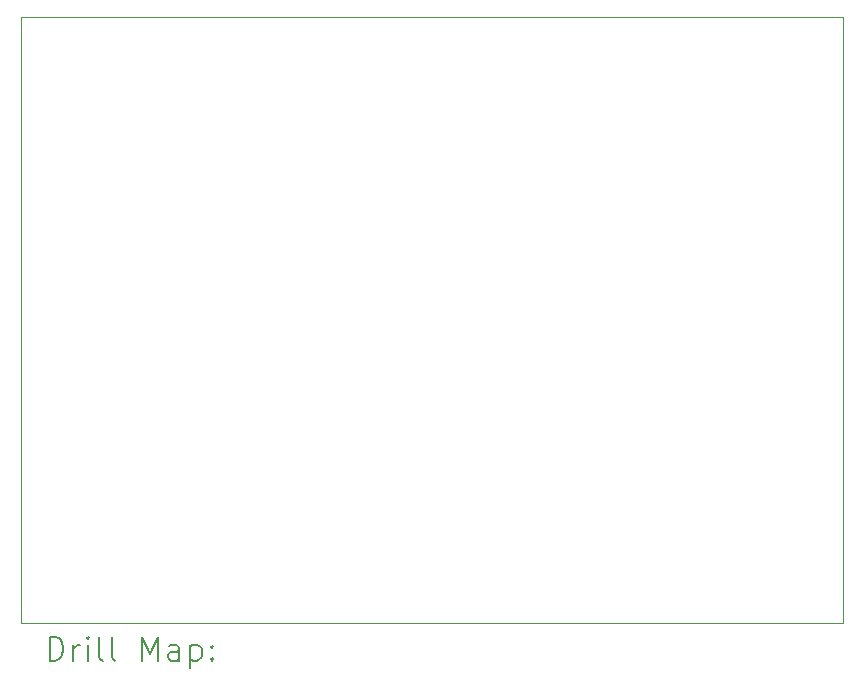
<source format=gbr>
%TF.GenerationSoftware,KiCad,Pcbnew,7.0.2*%
%TF.CreationDate,2023-06-10T17:52:28+02:00*%
%TF.ProjectId,USBCPD_PCB,55534243-5044-45f5-9043-422e6b696361,rev?*%
%TF.SameCoordinates,Original*%
%TF.FileFunction,Drillmap*%
%TF.FilePolarity,Positive*%
%FSLAX45Y45*%
G04 Gerber Fmt 4.5, Leading zero omitted, Abs format (unit mm)*
G04 Created by KiCad (PCBNEW 7.0.2) date 2023-06-10 17:52:28*
%MOMM*%
%LPD*%
G01*
G04 APERTURE LIST*
%ADD10C,0.100000*%
%ADD11C,0.200000*%
G04 APERTURE END LIST*
D10*
X17576800Y-7518400D02*
X17576800Y-12649200D01*
X10617200Y-12649200D02*
X10617200Y-7518400D01*
X17576800Y-12649200D02*
X10617200Y-12649200D01*
X10617200Y-7518400D02*
X17576800Y-7518400D01*
D11*
X10859819Y-12966724D02*
X10859819Y-12766724D01*
X10859819Y-12766724D02*
X10907438Y-12766724D01*
X10907438Y-12766724D02*
X10936010Y-12776248D01*
X10936010Y-12776248D02*
X10955057Y-12795295D01*
X10955057Y-12795295D02*
X10964581Y-12814343D01*
X10964581Y-12814343D02*
X10974105Y-12852438D01*
X10974105Y-12852438D02*
X10974105Y-12881009D01*
X10974105Y-12881009D02*
X10964581Y-12919105D01*
X10964581Y-12919105D02*
X10955057Y-12938152D01*
X10955057Y-12938152D02*
X10936010Y-12957200D01*
X10936010Y-12957200D02*
X10907438Y-12966724D01*
X10907438Y-12966724D02*
X10859819Y-12966724D01*
X11059819Y-12966724D02*
X11059819Y-12833390D01*
X11059819Y-12871486D02*
X11069343Y-12852438D01*
X11069343Y-12852438D02*
X11078867Y-12842914D01*
X11078867Y-12842914D02*
X11097914Y-12833390D01*
X11097914Y-12833390D02*
X11116962Y-12833390D01*
X11183629Y-12966724D02*
X11183629Y-12833390D01*
X11183629Y-12766724D02*
X11174105Y-12776248D01*
X11174105Y-12776248D02*
X11183629Y-12785771D01*
X11183629Y-12785771D02*
X11193152Y-12776248D01*
X11193152Y-12776248D02*
X11183629Y-12766724D01*
X11183629Y-12766724D02*
X11183629Y-12785771D01*
X11307438Y-12966724D02*
X11288390Y-12957200D01*
X11288390Y-12957200D02*
X11278867Y-12938152D01*
X11278867Y-12938152D02*
X11278867Y-12766724D01*
X11412200Y-12966724D02*
X11393152Y-12957200D01*
X11393152Y-12957200D02*
X11383628Y-12938152D01*
X11383628Y-12938152D02*
X11383628Y-12766724D01*
X11640771Y-12966724D02*
X11640771Y-12766724D01*
X11640771Y-12766724D02*
X11707438Y-12909581D01*
X11707438Y-12909581D02*
X11774105Y-12766724D01*
X11774105Y-12766724D02*
X11774105Y-12966724D01*
X11955057Y-12966724D02*
X11955057Y-12861962D01*
X11955057Y-12861962D02*
X11945533Y-12842914D01*
X11945533Y-12842914D02*
X11926486Y-12833390D01*
X11926486Y-12833390D02*
X11888390Y-12833390D01*
X11888390Y-12833390D02*
X11869343Y-12842914D01*
X11955057Y-12957200D02*
X11936009Y-12966724D01*
X11936009Y-12966724D02*
X11888390Y-12966724D01*
X11888390Y-12966724D02*
X11869343Y-12957200D01*
X11869343Y-12957200D02*
X11859819Y-12938152D01*
X11859819Y-12938152D02*
X11859819Y-12919105D01*
X11859819Y-12919105D02*
X11869343Y-12900057D01*
X11869343Y-12900057D02*
X11888390Y-12890533D01*
X11888390Y-12890533D02*
X11936009Y-12890533D01*
X11936009Y-12890533D02*
X11955057Y-12881009D01*
X12050295Y-12833390D02*
X12050295Y-13033390D01*
X12050295Y-12842914D02*
X12069343Y-12833390D01*
X12069343Y-12833390D02*
X12107438Y-12833390D01*
X12107438Y-12833390D02*
X12126486Y-12842914D01*
X12126486Y-12842914D02*
X12136009Y-12852438D01*
X12136009Y-12852438D02*
X12145533Y-12871486D01*
X12145533Y-12871486D02*
X12145533Y-12928628D01*
X12145533Y-12928628D02*
X12136009Y-12947676D01*
X12136009Y-12947676D02*
X12126486Y-12957200D01*
X12126486Y-12957200D02*
X12107438Y-12966724D01*
X12107438Y-12966724D02*
X12069343Y-12966724D01*
X12069343Y-12966724D02*
X12050295Y-12957200D01*
X12231248Y-12947676D02*
X12240771Y-12957200D01*
X12240771Y-12957200D02*
X12231248Y-12966724D01*
X12231248Y-12966724D02*
X12221724Y-12957200D01*
X12221724Y-12957200D02*
X12231248Y-12947676D01*
X12231248Y-12947676D02*
X12231248Y-12966724D01*
X12231248Y-12842914D02*
X12240771Y-12852438D01*
X12240771Y-12852438D02*
X12231248Y-12861962D01*
X12231248Y-12861962D02*
X12221724Y-12852438D01*
X12221724Y-12852438D02*
X12231248Y-12842914D01*
X12231248Y-12842914D02*
X12231248Y-12861962D01*
M02*

</source>
